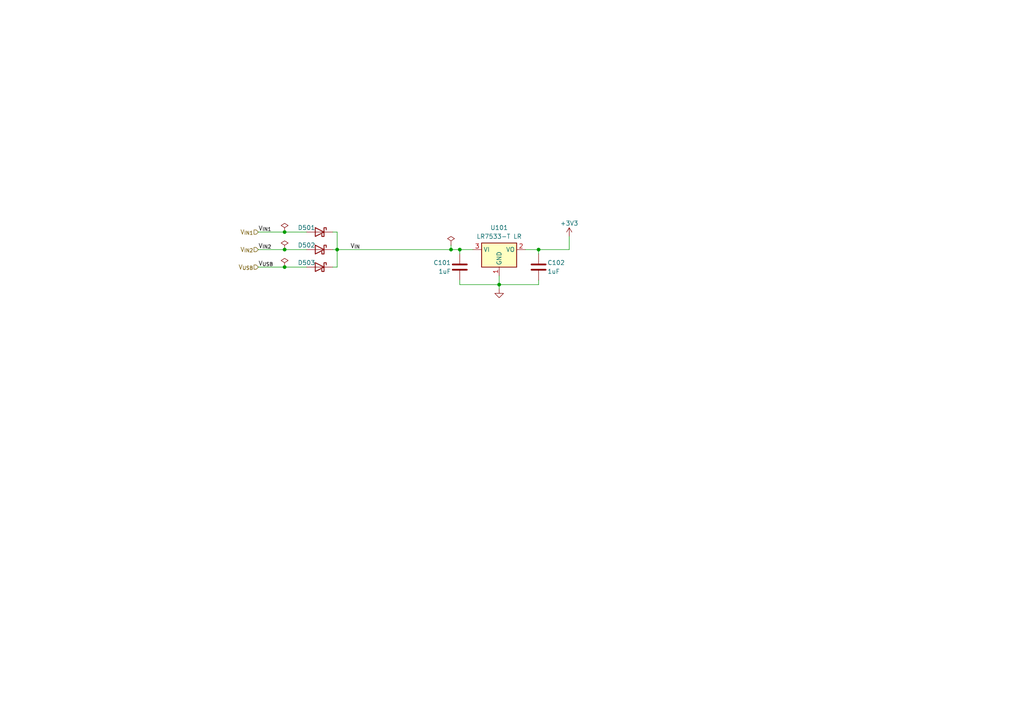
<source format=kicad_sch>
(kicad_sch (version 20230121) (generator eeschema)
  (paper "A4")
  (lib_symbols
    (symbol "Device:C" (pin_numbers hide) (pin_names (offset 0.254))
      (property "Reference" "C" (at 0.635 2.54 0))
      (property "Value" "C" (at 0.635 -2.54 0))
      (symbol "C_0_1"
        (polyline (pts (xy -2.032 -0.762) (xy 2.032 -0.762)) (stroke (width 0.508)))
        (polyline (pts (xy -2.032 0.762) (xy 2.032 0.762)) (stroke (width 0.508)))
      )
      (symbol "C_1_1"
        (pin passive line (at 0 3.81 270) (length 2.794) (name "~") (number "1"))
        (pin passive line (at 0 -3.81 90) (length 2.794) (name "~") (number "2"))
      )
    )
    (symbol "Device:D_Schottky" (pin_numbers hide) (pin_names (offset 1.016) hide)
      (property "Reference" "D" (at 0 2.54 0))
      (property "Value" "D_Schottky" (at 0 -2.54 0))
      (symbol "D_Schottky_0_1"
        (polyline (pts (xy 1.27 0) (xy -1.27 0)))
        (polyline (pts (xy 1.27 1.27) (xy 1.27 -1.27) (xy -1.27 0) (xy 1.27 1.27)) (stroke (width 0.254)))
        (polyline (pts (xy -1.905 0.635) (xy -1.905 1.27) (xy -1.27 1.27) (xy -1.27 -1.27) (xy -0.635 -1.27) (xy -0.635 -0.635)) (stroke (width 0.254)))
      )
      (symbol "D_Schottky_1_1"
        (pin passive line (at -3.81 0 0) (length 2.54) (name "K") (number "1"))
        (pin passive line (at 3.81 0 180) (length 2.54) (name "A") (number "2"))
      )
    )
    (symbol "Regulator_Linear:AMS1117-3.3"
      (property "Reference" "U" (at -3.81 3.175 0))
      (property "Value" "AMS1117-3.3" (at 0 3.175 0))
      (symbol "AMS1117-3.3_0_1"
        (rectangle (start -5.08 -5.08) (end 5.08 1.905) (stroke (width 0.254)) (fill (type background)))
      )
      (symbol "AMS1117-3.3_1_1"
        (pin power_in line (at 0 -7.62 90) (length 2.54) (name "GND") (number "1"))
        (pin power_out line (at 7.62 0 180) (length 2.54) (name "VO") (number "2"))
        (pin power_in line (at -7.62 0 0) (length 2.54) (name "VI") (number "3"))
      )
    )
    (symbol "power:+3V3" (power) (pin_names (offset 0))
      (property "Value" "+3V3" (at 0 3.556 0))
      (symbol "+3V3_0_1"
        (polyline (pts (xy -0.762 1.27) (xy 0 2.54)))
        (polyline (pts (xy 0 0) (xy 0 2.54)))
        (polyline (pts (xy 0 2.54) (xy 0.762 1.27)))
      )
      (symbol "+3V3_1_1"
        (pin power_in line (at 0 0 90) (length 0) hide (name "+3V3") (number "1"))
      )
    )
    (symbol "power:GND" (power) (pin_names (offset 0))
      (property "Value" "GND" (at 0 -3.81 0))
      (symbol "GND_0_1"
        (polyline (pts (xy 0 0) (xy 0 -1.27) (xy 1.27 -1.27) (xy 0 -2.54) (xy -1.27 -1.27) (xy 0 -1.27)))
      )
      (symbol "GND_1_1"
        (pin power_in line (at 0 0 270) (length 0) hide (name "GND") (number "1"))
      )
    )
    (symbol "power:PWR_FLAG" (power) (pin_numbers hide) (pin_names (offset 0) hide)
      (property "Value" "PWR_FLAG" (at 0 3.81 0))
      (symbol "PWR_FLAG_0_0"
        (pin power_out line (at 0 0 90) (length 0) (name "pwr") (number "1"))
      )
      (symbol "PWR_FLAG_0_1"
        (polyline (pts (xy 0 0) (xy 0 1.27) (xy -1.016 1.905) (xy 0 2.54) (xy 1.016 1.905) (xy 0 1.27)))
      )
    )
  )
  (junction (at 144.78 82.55))
  (junction (at 156.21 72.39))
  (junction (at 97.79 72.39))
  (junction (at 82.55 77.47))
  (junction (at 133.35 72.39))
  (junction (at 130.81 72.39))
  (junction (at 82.55 72.39))
  (junction (at 82.55 67.31))
  (wire (pts (xy 156.21 81.28) (xy 156.21 82.55)))
  (wire (pts (xy 97.79 67.31) (xy 97.79 72.39)))
  (wire (pts (xy 97.79 67.31) (xy 96.52 67.31)))
  (wire (pts (xy 137.16 72.39) (xy 133.35 72.39)))
  (wire (pts (xy 130.81 72.39) (xy 133.35 72.39)))
  (wire (pts (xy 97.79 72.39) (xy 96.52 72.39)))
  (wire (pts (xy 97.79 72.39) (xy 97.79 77.47)))
  (wire (pts (xy 152.4 72.39) (xy 156.21 72.39)))
  (wire (pts (xy 133.35 82.55) (xy 144.78 82.55)))
  (wire (pts (xy 82.55 72.39) (xy 88.9 72.39)))
  (wire (pts (xy 130.81 71.12) (xy 130.81 72.39)))
  (wire (pts (xy 156.21 72.39) (xy 156.21 73.66)))
  (wire (pts (xy 133.35 72.39) (xy 133.35 73.66)))
  (wire (pts (xy 133.35 81.28) (xy 133.35 82.55)))
  (wire (pts (xy 82.55 77.47) (xy 74.93 77.47)))
  (wire (pts (xy 144.78 82.55) (xy 156.21 82.55)))
  (wire (pts (xy 82.55 67.31) (xy 88.9 67.31)))
  (wire (pts (xy 97.79 72.39) (xy 130.81 72.39)))
  (wire (pts (xy 74.93 67.31) (xy 82.55 67.31)))
  (wire (pts (xy 97.79 77.47) (xy 96.52 77.47)))
  (wire (pts (xy 74.93 72.39) (xy 82.55 72.39)))
  (wire (pts (xy 144.78 82.55) (xy 144.78 83.82)))
  (wire (pts (xy 144.78 80.01) (xy 144.78 82.55)))
  (wire (pts (xy 156.21 72.39) (xy 165.1 72.39)))
  (wire (pts (xy 82.55 77.47) (xy 88.9 77.47)))
  (wire (pts (xy 165.1 68.58) (xy 165.1 72.39)))
  (label "V_{USB}" (at 74.93 77.47 0))
  (label "V_{IN2}" (at 74.93 72.39 0))
  (label "V_{IN1}" (at 74.93 67.31 0))
  (label "V_{IN}" (at 101.6 72.39 0))
  (hierarchical_label "V_{IN2}" (shape input) (at 74.93 72.39 180))
  (hierarchical_label "V_{USB}" (shape input) (at 74.93 77.47 180))
  (hierarchical_label "V_{IN1}" (shape input) (at 74.93 67.31 180))
  (symbol (lib_id "power:PWR_FLAG") (at 82.55 72.39 0) (unit 1)
    (property "Reference" "#FLG0303" (effects hide))
    (property "Value" "PWR_FLAG" (effects hide))
    (instances (project "1-Job" (path "" (reference "#FLG0303") (unit 1)) (path "" (reference "#FLG0503") (unit 1))))
  )
  (symbol (lib_id "Device:C") (at 133.35 77.47 0) (mirror y) (unit 1)
    (property "Reference" "C101" (at 130.81 76.2 0) (effects (justify left)))
    (property "Value" "1uF" (at 130.81 78.74 0) (effects (justify left)))
    (instances (project "1-Job" (path "" (reference "C101") (unit 1)) (path "" (reference "C501") (unit 1))))
  )
  (symbol (lib_id "power:PWR_FLAG") (at 82.55 77.47 0) (unit 1)
    (property "Reference" "#FLG0303" (effects hide))
    (property "Value" "PWR_FLAG" (effects hide))
    (instances (project "1-Job" (path "" (reference "#FLG0303") (unit 1)) (path "" (reference "#FLG0504") (unit 1))))
  )
  (symbol (lib_id "power:GND") (at 144.78 83.82 0) (unit 1)
    (property "Reference" "#PWR0102" (effects hide))
    (property "Value" "GND" (effects hide))
    (instances (project "1-Job" (path "" (reference "#PWR0102") (unit 1)) (path "" (reference "#PWR0502") (unit 1))))
  )
  (symbol (lib_id "Device:D_Schottky") (at 92.71 72.39 0) (mirror y) (unit 1)
    (property "Reference" "D502" (at 88.9 71.12 0))
    (property "Value" "D_Schottky" (effects hide))
  )
  (symbol (lib_id "power:+3V3") (at 165.1 68.58 0) (unit 1)
    (property "Reference" "#PWR0101" (effects hide))
    (property "Value" "+3V3" (at 165.1 64.77 0))
    (instances (project "1-Job" (path "" (reference "#PWR0101") (unit 1)) (path "" (reference "#PWR0501") (unit 1))))
  )
  (symbol (lib_id "power:PWR_FLAG") (at 130.81 71.12 0) (unit 1)
    (property "Reference" "#FLG0101" (effects hide))
    (property "Value" "PWR_FLAG" (effects hide))
    (instances (project "1-Job" (path "" (reference "#FLG0101") (unit 1)) (path "" (reference "#FLG0501") (unit 1))))
  )
  (symbol (lib_id "Regulator_Linear:AMS1117-3.3") (at 144.78 72.39 0) (unit 1)
    (property "Reference" "U101" (at 144.78 66.04 0))
    (property "Value" "LR7533-T LR" (at 144.78 68.58 0))
    (property "Footprint" "Package_TO_SOT_SMD:SOT-23-3" (effects hide))
    (property "Datasheet" "https://datasheet.lcsc.com/lcsc/2304140030_LR-LR7536-T_C486070.pdf" (effects hide))
    (property "LCSC" "C486069" (effects hide))
    (instances (project "1-Job" (path "" (reference "U101") (unit 1)) (path "" (reference "U501") (unit 1))))
  )
  (symbol (lib_id "Device:D_Schottky") (at 92.71 77.47 0) (mirror y) (unit 1)
    (property "Reference" "D503" (at 88.9 76.2 0))
    (property "Value" "D_Schottky" (effects hide))
  )
  (symbol (lib_id "power:PWR_FLAG") (at 82.55 67.31 0) (unit 1)
    (property "Reference" "#FLG0304" (effects hide))
    (property "Value" "PWR_FLAG" (effects hide))
    (instances (project "1-Job" (path "" (reference "#FLG0304") (unit 1)) (path "" (reference "#FLG0502") (unit 1))))
  )
  (symbol (lib_id "Device:C") (at 156.21 77.47 0) (unit 1)
    (property "Reference" "C102" (at 158.75 76.2 0) (effects (justify left)))
    (property "Value" "1uF" (at 158.75 78.74 0) (effects (justify left)))
    (instances (project "1-Job" (path "" (reference "C102") (unit 1)) (path "" (reference "C502") (unit 1))))
  )
  (symbol (lib_id "Device:D_Schottky") (at 92.71 67.31 0) (mirror y) (unit 1)
    (property "Reference" "D501" (at 88.9 66.04 0))
    (property "Value" "D_Schottky" (effects hide))
  )
)
</source>
